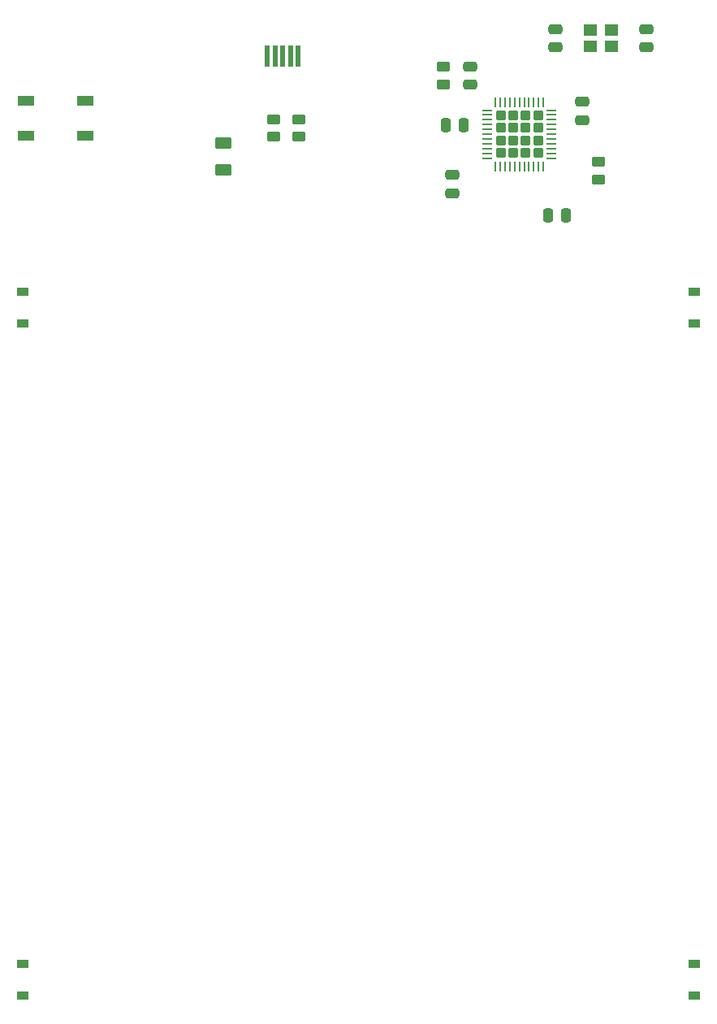
<source format=gbr>
%TF.GenerationSoftware,KiCad,Pcbnew,(6.0.7)*%
%TF.CreationDate,2022-11-22T16:32:00-03:00*%
%TF.ProjectId,BigKeysPCB,4269674b-6579-4735-9043-422e6b696361,rev?*%
%TF.SameCoordinates,Original*%
%TF.FileFunction,Paste,Bot*%
%TF.FilePolarity,Positive*%
%FSLAX46Y46*%
G04 Gerber Fmt 4.6, Leading zero omitted, Abs format (unit mm)*
G04 Created by KiCad (PCBNEW (6.0.7)) date 2022-11-22 16:32:00*
%MOMM*%
%LPD*%
G01*
G04 APERTURE LIST*
G04 Aperture macros list*
%AMRoundRect*
0 Rectangle with rounded corners*
0 $1 Rounding radius*
0 $2 $3 $4 $5 $6 $7 $8 $9 X,Y pos of 4 corners*
0 Add a 4 corners polygon primitive as box body*
4,1,4,$2,$3,$4,$5,$6,$7,$8,$9,$2,$3,0*
0 Add four circle primitives for the rounded corners*
1,1,$1+$1,$2,$3*
1,1,$1+$1,$4,$5*
1,1,$1+$1,$6,$7*
1,1,$1+$1,$8,$9*
0 Add four rect primitives between the rounded corners*
20,1,$1+$1,$2,$3,$4,$5,0*
20,1,$1+$1,$4,$5,$6,$7,0*
20,1,$1+$1,$6,$7,$8,$9,0*
20,1,$1+$1,$8,$9,$2,$3,0*%
G04 Aperture macros list end*
%ADD10RoundRect,0.250000X-0.475000X0.250000X-0.475000X-0.250000X0.475000X-0.250000X0.475000X0.250000X0*%
%ADD11RoundRect,0.250000X0.475000X-0.250000X0.475000X0.250000X-0.475000X0.250000X-0.475000X-0.250000X0*%
%ADD12RoundRect,0.250000X-0.450000X0.262500X-0.450000X-0.262500X0.450000X-0.262500X0.450000X0.262500X0*%
%ADD13R,1.400000X1.200000*%
%ADD14RoundRect,0.250000X0.250000X0.475000X-0.250000X0.475000X-0.250000X-0.475000X0.250000X-0.475000X0*%
%ADD15R,0.500000X2.250000*%
%ADD16R,1.200000X0.900000*%
%ADD17RoundRect,0.250000X-0.275000X-0.275000X0.275000X-0.275000X0.275000X0.275000X-0.275000X0.275000X0*%
%ADD18RoundRect,0.062500X-0.475000X-0.062500X0.475000X-0.062500X0.475000X0.062500X-0.475000X0.062500X0*%
%ADD19RoundRect,0.062500X-0.062500X-0.475000X0.062500X-0.475000X0.062500X0.475000X-0.062500X0.475000X0*%
%ADD20R,1.800000X1.100000*%
%ADD21RoundRect,0.250000X-0.625000X0.375000X-0.625000X-0.375000X0.625000X-0.375000X0.625000X0.375000X0*%
G04 APERTURE END LIST*
D10*
%TO.C,C7*%
X158239000Y-58840481D03*
X158239000Y-60740481D03*
%TD*%
D11*
%TO.C,C5*%
X171781000Y-53120481D03*
X171781000Y-51220481D03*
%TD*%
D12*
%TO.C,R2*%
X142296500Y-53026981D03*
X142296500Y-54851981D03*
%TD*%
D13*
%TO.C,Y1*%
X174855500Y-45468481D03*
X172655500Y-45468481D03*
X172655500Y-43768481D03*
X174855500Y-43768481D03*
%TD*%
D14*
%TO.C,C6*%
X170111000Y-63060481D03*
X168211000Y-63060481D03*
%TD*%
D15*
%TO.C,USB1*%
X142180500Y-46500000D03*
X141380500Y-46500000D03*
X140580500Y-46500000D03*
X139780500Y-46500000D03*
X138980500Y-46500000D03*
%TD*%
D16*
%TO.C,D4*%
X183477500Y-144310000D03*
X183477500Y-141010000D03*
%TD*%
D17*
%TO.C,U1*%
X163305500Y-53948481D03*
X164605500Y-52648481D03*
X163305500Y-55248481D03*
X165905500Y-56548481D03*
X164605500Y-55248481D03*
X167205500Y-53948481D03*
X165905500Y-52648481D03*
X163305500Y-52648481D03*
X165905500Y-55248481D03*
X164605500Y-53948481D03*
X167205500Y-52648481D03*
X167205500Y-55248481D03*
X165905500Y-53948481D03*
X164605500Y-56548481D03*
X163305500Y-56548481D03*
X167205500Y-56548481D03*
D18*
X161918000Y-57098481D03*
X161918000Y-56598481D03*
X161918000Y-56098481D03*
X161918000Y-55598481D03*
X161918000Y-55098481D03*
X161918000Y-54598481D03*
X161918000Y-54098481D03*
X161918000Y-53598481D03*
X161918000Y-53098481D03*
X161918000Y-52598481D03*
X161918000Y-52098481D03*
D19*
X162755500Y-51260981D03*
X163255500Y-51260981D03*
X163755500Y-51260981D03*
X164255500Y-51260981D03*
X164755500Y-51260981D03*
X165255500Y-51260981D03*
X165755500Y-51260981D03*
X166255500Y-51260981D03*
X166755500Y-51260981D03*
X167255500Y-51260981D03*
X167755500Y-51260981D03*
D18*
X168593000Y-52098481D03*
X168593000Y-52598481D03*
X168593000Y-53098481D03*
X168593000Y-53598481D03*
X168593000Y-54098481D03*
X168593000Y-54598481D03*
X168593000Y-55098481D03*
X168593000Y-55598481D03*
X168593000Y-56098481D03*
X168593000Y-56598481D03*
X168593000Y-57098481D03*
D19*
X167755500Y-57935981D03*
X167255500Y-57935981D03*
X166755500Y-57935981D03*
X166255500Y-57935981D03*
X165755500Y-57935981D03*
X165255500Y-57935981D03*
X164755500Y-57935981D03*
X164255500Y-57935981D03*
X163755500Y-57935981D03*
X163255500Y-57935981D03*
X162755500Y-57935981D03*
%TD*%
D12*
%TO.C,R4*%
X173479000Y-57480981D03*
X173479000Y-59305981D03*
%TD*%
%TO.C,R3*%
X139629500Y-53026981D03*
X139629500Y-54851981D03*
%TD*%
%TO.C,R1*%
X157303000Y-47574981D03*
X157303000Y-49399981D03*
%TD*%
D14*
%TO.C,C3*%
X159443000Y-53694481D03*
X157543000Y-53694481D03*
%TD*%
D11*
%TO.C,C2*%
X168993000Y-45568481D03*
X168993000Y-43668481D03*
%TD*%
D20*
%TO.C,SW1*%
X113805500Y-54798481D03*
X120005500Y-51098481D03*
X113805500Y-51098481D03*
X120005500Y-54798481D03*
%TD*%
D16*
%TO.C,D2*%
X113477500Y-144310000D03*
X113477500Y-141010000D03*
%TD*%
D11*
%TO.C,C4*%
X160097000Y-49437481D03*
X160097000Y-47537481D03*
%TD*%
D16*
%TO.C,D1*%
X113477500Y-74310000D03*
X113477500Y-71010000D03*
%TD*%
D21*
%TO.C,F1*%
X134405500Y-55548481D03*
X134405500Y-58348481D03*
%TD*%
D10*
%TO.C,C1*%
X178518000Y-43668481D03*
X178518000Y-45568481D03*
%TD*%
D16*
%TO.C,D3*%
X183477500Y-74310000D03*
X183477500Y-71010000D03*
%TD*%
M02*

</source>
